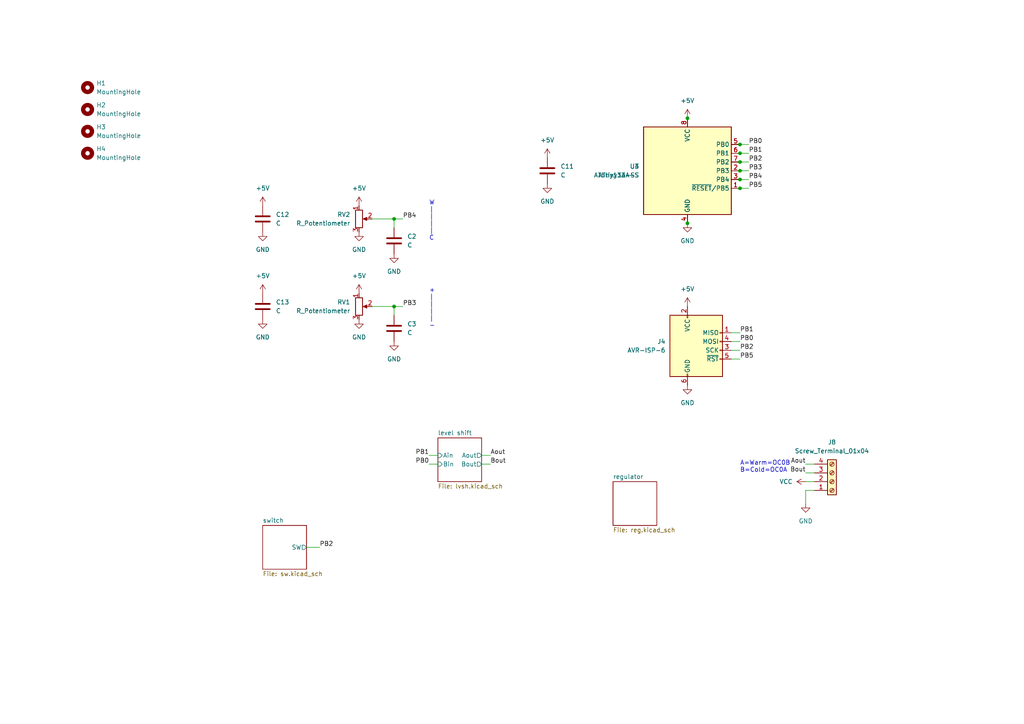
<source format=kicad_sch>
(kicad_sch (version 20230121) (generator eeschema)
  (paper "A4")
  (lib_symbols
    (symbol "Connector:AVR-ISP-6" (pin_names (offset 1.016))
      (property "Reference" "J" (at -6.35 11.43 0))
      (property "Value" "AVR-ISP-6" (at 0 11.43 0))
      (symbol "AVR-ISP-6_0_1"
        (rectangle (start -2.667 -6.858) (end -2.413 -7.62))
        (rectangle (start -2.667 10.16) (end -2.413 9.398))
        (rectangle (start 7.62 -2.413) (end 6.858 -2.667))
        (rectangle (start 7.62 0.127) (end 6.858 -0.127))
        (rectangle (start 7.62 2.667) (end 6.858 2.413))
        (rectangle (start 7.62 5.207) (end 6.858 4.953))
        (rectangle (start 7.62 10.16) (end -7.62 -7.62) (stroke (width 0.254)) (fill (type background)))
      )
      (symbol "AVR-ISP-6_1_1"
        (pin passive line (at 10.16 5.08 180) (length 2.54) (name "MISO") (number "1"))
        (pin passive line (at -2.54 12.7 270) (length 2.54) (name "VCC") (number "2"))
        (pin passive line (at 10.16 0 180) (length 2.54) (name "SCK") (number "3"))
        (pin passive line (at 10.16 2.54 180) (length 2.54) (name "MOSI") (number "4"))
        (pin passive line (at 10.16 -2.54 180) (length 2.54) (name "~{RST}") (number "5"))
        (pin passive line (at -2.54 -10.16 90) (length 2.54) (name "GND") (number "6"))
      )
    )
    (symbol "Connector:Screw_Terminal_01x04" (pin_names (offset 1.016) hide)
      (property "Reference" "J" (at 0 5.08 0))
      (property "Value" "Screw_Terminal_01x04" (at 0 -7.62 0))
      (symbol "Screw_Terminal_01x04_1_1"
        (rectangle (start -1.27 3.81) (end 1.27 -6.35) (stroke (width 0.254)) (fill (type background)))
        (circle (center 0 -5.08) (radius 0.635) (stroke (width 0.1524)))
        (circle (center 0 -2.54) (radius 0.635) (stroke (width 0.1524)))
        (polyline (pts (xy -0.5334 -4.7498) (xy 0.3302 -5.588)) (stroke (width 0.1524)))
        (polyline (pts (xy -0.5334 -2.2098) (xy 0.3302 -3.048)) (stroke (width 0.1524)))
        (polyline (pts (xy -0.5334 0.3302) (xy 0.3302 -0.508)) (stroke (width 0.1524)))
        (polyline (pts (xy -0.5334 2.8702) (xy 0.3302 2.032)) (stroke (width 0.1524)))
        (polyline (pts (xy -0.3556 -4.572) (xy 0.508 -5.4102)) (stroke (width 0.1524)))
        (polyline (pts (xy -0.3556 -2.032) (xy 0.508 -2.8702)) (stroke (width 0.1524)))
        (polyline (pts (xy -0.3556 0.508) (xy 0.508 -0.3302)) (stroke (width 0.1524)))
        (polyline (pts (xy -0.3556 3.048) (xy 0.508 2.2098)) (stroke (width 0.1524)))
        (circle (center 0 0) (radius 0.635) (stroke (width 0.1524)))
        (circle (center 0 2.54) (radius 0.635) (stroke (width 0.1524)))
        (pin passive line (at -5.08 2.54 0) (length 3.81) (name "Pin_1") (number "1"))
        (pin passive line (at -5.08 0 0) (length 3.81) (name "Pin_2") (number "2"))
        (pin passive line (at -5.08 -2.54 0) (length 3.81) (name "Pin_3") (number "3"))
        (pin passive line (at -5.08 -5.08 0) (length 3.81) (name "Pin_4") (number "4"))
      )
    )
    (symbol "Device:C" (pin_numbers hide) (pin_names (offset 0.254))
      (property "Reference" "C" (at 0.635 2.54 0))
      (property "Value" "C" (at 0.635 -2.54 0))
      (symbol "C_0_1"
        (polyline (pts (xy -2.032 -0.762) (xy 2.032 -0.762)) (stroke (width 0.508)))
        (polyline (pts (xy -2.032 0.762) (xy 2.032 0.762)) (stroke (width 0.508)))
      )
      (symbol "C_1_1"
        (pin passive line (at 0 3.81 270) (length 2.794) (name "~") (number "1"))
        (pin passive line (at 0 -3.81 90) (length 2.794) (name "~") (number "2"))
      )
    )
    (symbol "Device:R_Potentiometer" (pin_names (offset 1.016) hide)
      (property "Reference" "RV" (at -4.445 0 90))
      (property "Value" "R_Potentiometer" (at -2.54 0 90))
      (symbol "R_Potentiometer_0_1"
        (polyline (pts (xy 2.54 0) (xy 1.524 0)))
        (polyline (pts (xy 1.143 0) (xy 2.286 0.508) (xy 2.286 -0.508) (xy 1.143 0)) (fill (type outline)))
        (rectangle (start 1.016 2.54) (end -1.016 -2.54) (stroke (width 0.254)))
      )
      (symbol "R_Potentiometer_1_1"
        (pin passive line (at 0 3.81 270) (length 1.27) (name "1") (number "1"))
        (pin passive line (at 3.81 0 180) (length 1.27) (name "2") (number "2"))
        (pin passive line (at 0 -3.81 90) (length 1.27) (name "3") (number "3"))
      )
    )
    (symbol "MCU_Microchip_ATtiny:ATtiny13A-S"
      (property "Reference" "U" (at -12.7 13.97 0))
      (property "Value" "ATtiny13A-S" (at 2.54 -13.97 0))
      (symbol "ATtiny13A-S_0_1"
        (rectangle (start -12.7 -12.7) (end 12.7 12.7) (stroke (width 0.254)) (fill (type background)))
      )
      (symbol "ATtiny13A-S_1_1"
        (pin bidirectional line (at 15.24 -5.08 180) (length 2.54) (name "~{RESET}/PB5") (number "1"))
        (pin bidirectional line (at 15.24 0 180) (length 2.54) (name "PB3") (number "2"))
        (pin bidirectional line (at 15.24 -2.54 180) (length 2.54) (name "PB4") (number "3"))
        (pin power_in line (at 0 -15.24 90) (length 2.54) (name "GND") (number "4"))
        (pin bidirectional line (at 15.24 7.62 180) (length 2.54) (name "PB0") (number "5"))
        (pin bidirectional line (at 15.24 5.08 180) (length 2.54) (name "PB1") (number "6"))
        (pin bidirectional line (at 15.24 2.54 180) (length 2.54) (name "PB2") (number "7"))
        (pin power_in line (at 0 15.24 270) (length 2.54) (name "VCC") (number "8"))
      )
    )
    (symbol "MCU_Microchip_ATtiny:ATtiny13A-SS"
      (property "Reference" "U" (at -12.7 13.97 0))
      (property "Value" "ATtiny13A-SS" (at 2.54 -13.97 0))
      (symbol "ATtiny13A-SS_0_1"
        (rectangle (start -12.7 -12.7) (end 12.7 12.7) (stroke (width 0.254)) (fill (type background)))
      )
      (symbol "ATtiny13A-SS_1_1"
        (pin bidirectional line (at 15.24 -5.08 180) (length 2.54) (name "~{RESET}/PB5") (number "1"))
        (pin bidirectional line (at 15.24 0 180) (length 2.54) (name "PB3") (number "2"))
        (pin bidirectional line (at 15.24 -2.54 180) (length 2.54) (name "PB4") (number "3"))
        (pin power_in line (at 0 -15.24 90) (length 2.54) (name "GND") (number "4"))
        (pin bidirectional line (at 15.24 7.62 180) (length 2.54) (name "PB0") (number "5"))
        (pin bidirectional line (at 15.24 5.08 180) (length 2.54) (name "PB1") (number "6"))
        (pin bidirectional line (at 15.24 2.54 180) (length 2.54) (name "PB2") (number "7"))
        (pin power_in line (at 0 15.24 270) (length 2.54) (name "VCC") (number "8"))
      )
    )
    (symbol "Mechanical:MountingHole" (pin_names (offset 1.016))
      (property "Reference" "H" (at 0 5.08 0))
      (property "Value" "MountingHole" (at 0 3.175 0))
      (symbol "MountingHole_0_1"
        (circle (center 0 0) (radius 1.27) (stroke (width 1.27)))
      )
    )
    (symbol "power:+5V" (power) (pin_names (offset 0))
      (property "Value" "+5V" (at 0 3.556 0))
      (symbol "+5V_0_1"
        (polyline (pts (xy -0.762 1.27) (xy 0 2.54)))
        (polyline (pts (xy 0 0) (xy 0 2.54)))
        (polyline (pts (xy 0 2.54) (xy 0.762 1.27)))
      )
      (symbol "+5V_1_1"
        (pin power_in line (at 0 0 90) (length 0) hide (name "+5V") (number "1"))
      )
    )
    (symbol "power:GND" (power) (pin_names (offset 0))
      (property "Value" "GND" (at 0 -3.81 0))
      (symbol "GND_0_1"
        (polyline (pts (xy 0 0) (xy 0 -1.27) (xy 1.27 -1.27) (xy 0 -2.54) (xy -1.27 -1.27) (xy 0 -1.27)))
      )
      (symbol "GND_1_1"
        (pin power_in line (at 0 0 270) (length 0) hide (name "GND") (number "1"))
      )
    )
    (symbol "power:VCC" (power) (pin_names (offset 0))
      (property "Value" "VCC" (at 0 3.81 0))
      (symbol "VCC_0_1"
        (polyline (pts (xy -0.762 1.27) (xy 0 2.54)))
        (polyline (pts (xy 0 0) (xy 0 2.54)))
        (polyline (pts (xy 0 2.54) (xy 0.762 1.27)))
      )
      (symbol "VCC_1_1"
        (pin power_in line (at 0 0 90) (length 0) hide (name "VCC") (number "1"))
      )
    )
  )
  (junction (at 214.63 52.07))
  (junction (at 114.3 63.5))
  (junction (at 214.63 46.99))
  (junction (at 199.39 34.29))
  (junction (at 214.63 44.45))
  (junction (at 214.63 49.53))
  (junction (at 199.39 64.77))
  (junction (at 214.63 54.61))
  (junction (at 214.63 41.91))
  (junction (at 114.3 88.9))
  (wire (pts (xy 233.68 139.7) (xy 236.22 139.7)))
  (wire (pts (xy 212.09 101.6) (xy 214.63 101.6)))
  (wire (pts (xy 107.95 63.5) (xy 114.3 63.5)))
  (wire (pts (xy 124.46 132.08) (xy 127 132.08)))
  (wire (pts (xy 214.63 44.45) (xy 217.17 44.45)))
  (wire (pts (xy 114.3 63.5) (xy 114.3 66.04)))
  (wire (pts (xy 114.3 63.5) (xy 116.84 63.5)))
  (wire (pts (xy 212.09 104.14) (xy 214.63 104.14)))
  (wire (pts (xy 212.09 96.52) (xy 214.63 96.52)))
  (wire (pts (xy 107.95 88.9) (xy 114.3 88.9)))
  (wire (pts (xy 233.68 137.16) (xy 236.22 137.16)))
  (wire (pts (xy 88.9 158.75) (xy 92.71 158.75)))
  (wire (pts (xy 214.63 46.99) (xy 217.17 46.99)))
  (wire (pts (xy 214.63 52.07) (xy 217.17 52.07)))
  (wire (pts (xy 114.3 88.9) (xy 116.84 88.9)))
  (wire (pts (xy 214.63 54.61) (xy 217.17 54.61)))
  (wire (pts (xy 233.68 134.62) (xy 236.22 134.62)))
  (wire (pts (xy 139.7 134.62) (xy 142.24 134.62)))
  (wire (pts (xy 114.3 88.9) (xy 114.3 91.44)))
  (wire (pts (xy 124.46 134.62) (xy 127 134.62)))
  (wire (pts (xy 233.68 146.05) (xy 233.68 142.24)))
  (wire (pts (xy 212.09 99.06) (xy 214.63 99.06)))
  (wire (pts (xy 233.68 142.24) (xy 236.22 142.24)))
  (wire (pts (xy 214.63 41.91) (xy 217.17 41.91)))
  (wire (pts (xy 139.7 132.08) (xy 142.24 132.08)))
  (wire (pts (xy 214.63 49.53) (xy 217.17 49.53)))
  (text "+\n|\n|\n|\n|\n-" (at 124.46 95.25 0) (effects (font (size 1.27 1.27)) (justify left bottom)))
  (text "A=Warm=OC0B\nB=Cold=OC0A\n" (at 214.63 137.16 0) (effects (font (size 1.27 1.27)) (justify left bottom)))
  (text "W\n|\n|\n|\n|\nC" (at 124.46 69.85 0) (effects (font (size 1.27 1.27)) (justify left bottom)))
  (label "PB5" (at 217.17 54.61 0))
  (label "PB4" (at 217.17 52.07 0))
  (label "Bout" (at 142.24 134.62 0))
  (label "PB1" (at 217.17 44.45 0))
  (label "Aout" (at 233.68 134.62 180))
  (label "PB3" (at 116.84 88.9 0))
  (label "Bout" (at 233.68 137.16 180))
  (label "PB1" (at 124.46 132.08 180))
  (label "PB2" (at 214.63 101.6 0))
  (label "PB0" (at 214.63 99.06 0))
  (label "PB3" (at 217.17 49.53 0))
  (label "PB4" (at 116.84 63.5 0))
  (label "PB1" (at 214.63 96.52 0))
  (label "PB0" (at 217.17 41.91 0))
  (label "PB2" (at 92.71 158.75 0))
  (label "PB5" (at 214.63 104.14 0))
  (label "PB0" (at 124.46 134.62 180))
  (label "Aout" (at 142.24 132.08 0))
  (label "PB2" (at 217.17 46.99 0))
  (symbol (lib_id "Mechanical:MountingHole") (at 25.4 38.1 0) (unit 1)
    (property "Reference" "H3" (at 27.94 36.8299 0) (effects (justify left)))
    (property "Value" "MountingHole" (at 27.94 39.3699 0) (effects (justify left)))
    (property "Footprint" "MountingHole:MountingHole_2.1mm" (effects hide))
  )
  (symbol (lib_id "power:GND") (at 199.39 64.77 0) (unit 1)
    (property "Reference" "#PWR0108" (effects hide))
    (property "Value" "GND" (at 199.39 69.85 0))
  )
  (symbol (lib_id "power:+5V") (at 104.14 59.69 0) (unit 1)
    (property "Reference" "#PWR05" (effects hide))
    (property "Value" "+5V" (at 104.14 54.61 0))
  )
  (symbol (lib_id "power:GND") (at 114.3 99.06 0) (unit 1)
    (property "Reference" "#PWR0115" (effects hide))
    (property "Value" "GND" (at 114.3 104.14 0))
  )
  (symbol (lib_id "Device:R_Potentiometer") (at 104.14 88.9 0) (unit 1)
    (property "Reference" "RV1" (at 101.6 87.6299 0) (effects (justify right)))
    (property "Value" "R_Potentiometer" (at 101.6 90.1699 0) (effects (justify right)))
    (property "Footprint" "Library:Alpha_RA2043F-20" (effects hide))
  )
  (symbol (lib_id "power:+5V") (at 199.39 88.9 0) (unit 1)
    (property "Reference" "#PWR0107" (effects hide))
    (property "Value" "+5V" (at 199.39 83.82 0))
  )
  (symbol (lib_id "power:GND") (at 76.2 92.71 0) (unit 1)
    (property "Reference" "#PWR0136" (effects hide))
    (property "Value" "GND" (at 76.2 97.79 0))
  )
  (symbol (lib_id "power:GND") (at 104.14 67.31 0) (unit 1)
    (property "Reference" "#PWR06" (effects hide))
    (property "Value" "GND" (at 104.14 72.39 0))
  )
  (symbol (lib_id "power:GND") (at 104.14 92.71 0) (unit 1)
    (property "Reference" "#PWR08" (effects hide))
    (property "Value" "GND" (at 104.14 97.79 0))
  )
  (symbol (lib_id "Device:C") (at 158.75 49.53 0) (unit 1)
    (property "Reference" "C11" (at 162.56 48.2599 0) (effects (justify left)))
    (property "Value" "C" (at 162.56 50.7999 0) (effects (justify left)))
    (property "Footprint" "Capacitor_SMD:C_0603_1608Metric_Pad1.08x0.95mm_HandSolder" (effects hide))
  )
  (symbol (lib_id "MCU_Microchip_ATtiny:ATtiny13A-S") (at 199.39 49.53 0) (unit 1)
    (property "Reference" "U3" (at 185.42 48.2599 0) (effects (justify right)))
    (property "Value" "ATtiny13A-S" (at 185.42 50.7999 0) (effects (justify right)))
    (property "Footprint" "Package_SO:SOIC-8W_5.3x5.3mm_P1.27mm" (effects hide))
    (property "Datasheet" "http://ww1.microchip.com/downloads/en/DeviceDoc/doc8126.pdf" (effects hide))
  )
  (symbol (lib_id "Device:C") (at 76.2 63.5 0) (unit 1)
    (property "Reference" "C12" (at 80.01 62.2299 0) (effects (justify left)))
    (property "Value" "C" (at 80.01 64.7699 0) (effects (justify left)))
    (property "Footprint" "Capacitor_SMD:C_0603_1608Metric_Pad1.08x0.95mm_HandSolder" (effects hide))
  )
  (symbol (lib_id "power:+5V") (at 76.2 59.69 0) (unit 1)
    (property "Reference" "#PWR0139" (effects hide))
    (property "Value" "+5V" (at 76.2 54.61 0))
  )
  (symbol (lib_id "MCU_Microchip_ATtiny:ATtiny13A-SS") (at 199.39 49.53 0) (unit 1)
    (property "Reference" "U4" (at 185.42 48.2599 0) (effects (justify right)))
    (property "Value" "ATtiny13A-SS" (at 185.42 50.7999 0) (effects (justify right)))
    (property "Footprint" "Package_SO:SOIC-8_3.9x4.9mm_P1.27mm" (effects hide))
    (property "Datasheet" "http://ww1.microchip.com/downloads/en/DeviceDoc/doc8126.pdf" (effects hide))
  )
  (symbol (lib_id "power:GND") (at 233.68 146.05 0) (unit 1)
    (property "Reference" "#PWR0143" (effects hide))
    (property "Value" "GND" (at 233.68 151.13 0))
  )
  (symbol (lib_id "Connector:Screw_Terminal_01x04") (at 241.3 139.7 0) (mirror x) (unit 1)
    (property "Reference" "J8" (at 241.3 128.27 0))
    (property "Value" "Screw_Terminal_01x04" (at 241.3 130.81 0))
    (property "Footprint" "Connector_Phoenix_MC:PhoenixContact_MCV_1,5_4-G-3.81_1x04_P3.81mm_Vertical" (effects hide))
  )
  (symbol (lib_id "power:+5V") (at 104.14 85.09 0) (unit 1)
    (property "Reference" "#PWR07" (effects hide))
    (property "Value" "+5V" (at 104.14 80.01 0))
  )
  (symbol (lib_id "Connector:AVR-ISP-6") (at 201.93 101.6 0) (unit 1)
    (property "Reference" "J4" (at 193.04 99.0599 0) (effects (justify right)))
    (property "Value" "AVR-ISP-6" (at 193.04 101.5999 0) (effects (justify right)))
    (property "Footprint" "Connector_PinHeader_2.54mm:PinHeader_2x03_P2.54mm_Vertical" (effects hide))
    (property "Datasheet" " ~" (effects hide))
  )
  (symbol (lib_id "Device:C") (at 76.2 88.9 0) (unit 1)
    (property "Reference" "C13" (at 80.01 87.6299 0) (effects (justify left)))
    (property "Value" "C" (at 80.01 90.1699 0) (effects (justify left)))
    (property "Footprint" "Capacitor_SMD:C_0603_1608Metric_Pad1.08x0.95mm_HandSolder" (effects hide))
  )
  (symbol (lib_id "power:GND") (at 114.3 73.66 0) (unit 1)
    (property "Reference" "#PWR0114" (effects hide))
    (property "Value" "GND" (at 114.3 78.74 0))
  )
  (symbol (lib_id "Device:R_Potentiometer") (at 104.14 63.5 0) (unit 1)
    (property "Reference" "RV2" (at 101.6 62.2299 0) (effects (justify right)))
    (property "Value" "R_Potentiometer" (at 101.6 64.7699 0) (effects (justify right)))
    (property "Footprint" "Library:Alpha_RA2043F-20" (effects hide))
  )
  (symbol (lib_id "Device:C") (at 114.3 95.25 0) (unit 1)
    (property "Reference" "C3" (at 118.11 93.9799 0) (effects (justify left)))
    (property "Value" "C" (at 118.11 96.5199 0) (effects (justify left)))
    (property "Footprint" "Capacitor_SMD:C_0603_1608Metric_Pad1.08x0.95mm_HandSolder" (effects hide))
  )
  (symbol (lib_id "Mechanical:MountingHole") (at 25.4 31.75 0) (unit 1)
    (property "Reference" "H2" (at 27.94 30.4799 0) (effects (justify left)))
    (property "Value" "MountingHole" (at 27.94 33.0199 0) (effects (justify left)))
    (property "Footprint" "MountingHole:MountingHole_2.1mm" (effects hide))
  )
  (symbol (lib_id "Mechanical:MountingHole") (at 25.4 44.45 0) (unit 1)
    (property "Reference" "H4" (at 27.94 43.1799 0) (effects (justify left)))
    (property "Value" "MountingHole" (at 27.94 45.7199 0) (effects (justify left)))
    (property "Footprint" "MountingHole:MountingHole_2.1mm" (effects hide))
  )
  (symbol (lib_id "power:+5V") (at 76.2 85.09 0) (unit 1)
    (property "Reference" "#PWR0137" (effects hide))
    (property "Value" "+5V" (at 76.2 80.01 0))
  )
  (symbol (lib_id "power:VCC") (at 233.68 139.7 90) (unit 1)
    (property "Reference" "#PWR0142" (effects hide))
    (property "Value" "VCC" (at 226.06 139.7 90) (effects (justify right)))
  )
  (symbol (lib_id "Mechanical:MountingHole") (at 25.4 25.4 0) (unit 1)
    (property "Reference" "H1" (at 27.94 24.1299 0) (effects (justify left)))
    (property "Value" "MountingHole" (at 27.94 26.6699 0) (effects (justify left)))
    (property "Footprint" "MountingHole:MountingHole_2.1mm" (effects hide))
  )
  (symbol (lib_id "Device:C") (at 114.3 69.85 0) (unit 1)
    (property "Reference" "C2" (at 118.11 68.5799 0) (effects (justify left)))
    (property "Value" "C" (at 118.11 71.1199 0) (effects (justify left)))
    (property "Footprint" "Capacitor_SMD:C_0603_1608Metric_Pad1.08x0.95mm_HandSolder" (effects hide))
  )
  (symbol (lib_id "power:GND") (at 199.39 111.76 0) (unit 1)
    (property "Reference" "#PWR0106" (effects hide))
    (property "Value" "GND" (at 199.39 116.84 0))
  )
  (symbol (lib_id "power:GND") (at 76.2 67.31 0) (unit 1)
    (property "Reference" "#PWR0138" (effects hide))
    (property "Value" "GND" (at 76.2 72.39 0))
  )
  (symbol (lib_id "power:+5V") (at 158.75 45.72 0) (unit 1)
    (property "Reference" "#PWR0135" (effects hide))
    (property "Value" "+5V" (at 158.75 40.64 0))
  )
  (symbol (lib_id "power:GND") (at 158.75 53.34 0) (unit 1)
    (property "Reference" "#PWR0134" (effects hide))
    (property "Value" "GND" (at 158.75 58.42 0))
  )
  (symbol (lib_id "power:+5V") (at 199.39 34.29 0) (unit 1)
    (property "Reference" "#PWR0105" (effects hide))
    (property "Value" "+5V" (at 199.39 29.21 0))
  )
  (sheet (at 177.8 139.7) (size 12.7 12.7) (stroke (width 0.1524))
    (property "Sheetname" "regulator" (at 177.8 138.9884 0) (effects (justify left bottom)))
    (property "Sheetfile" "reg.kicad_sch" (at 177.8 152.9846 0) (effects (justify left top)))
  )
  (sheet (at 127 127) (size 12.7 12.7) (stroke (width 0.1524))
    (property "Sheetname" "level shift" (at 127 126.2884 0) (effects (justify left bottom)))
    (property "Sheetfile" "lvsh.kicad_sch" (at 127 140.2846 0) (effects (justify left top)))
    (pin "Aout" output (at 139.7 132.08 0))
    (pin "Bin" input (at 127 134.62 180))
    (pin "Bout" output (at 139.7 134.62 0))
    (pin "Ain" input (at 127 132.08 180))
  )
  (sheet (at 76.2 152.4) (size 12.7 12.7) (stroke (width 0.1524))
    (property "Sheetname" "switch" (at 76.2 151.6884 0) (effects (justify left bottom)))
    (property "Sheetfile" "sw.kicad_sch" (at 76.2 165.6846 0) (effects (justify left top)))
    (pin "SW" output (at 88.9 158.75 0))
  )
)
</source>
